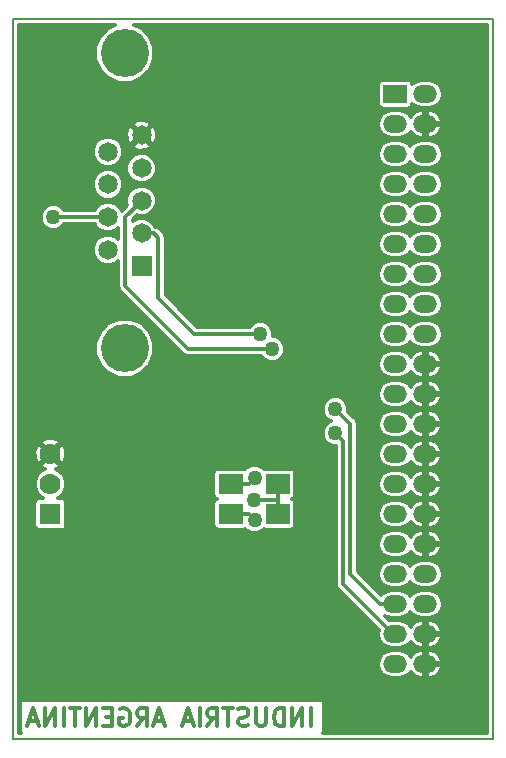
<source format=gbr>
G04 #@! TF.FileFunction,Copper,L2,Bot,Signal*
%FSLAX46Y46*%
G04 Gerber Fmt 4.6, Leading zero omitted, Abs format (unit mm)*
G04 Created by KiCad (PCBNEW (2015-09-12 BZR 6188)-product) date vie 27 nov 2015 02:47:37 ART*
%MOMM*%
G01*
G04 APERTURE LIST*
%ADD10C,0.100000*%
%ADD11C,0.300000*%
%ADD12C,0.150000*%
%ADD13R,2.000000X1.524000*%
%ADD14O,2.000000X1.524000*%
%ADD15R,1.651000X1.651000*%
%ADD16C,1.651000*%
%ADD17C,4.064000*%
%ADD18R,1.778000X1.778000*%
%ADD19C,1.778000*%
%ADD20R,2.000000X1.700000*%
%ADD21C,1.270000*%
%ADD22C,0.304800*%
G04 APERTURE END LIST*
D10*
D11*
X127462857Y-133520571D02*
X127462857Y-132020571D01*
X126748571Y-133520571D02*
X126748571Y-132020571D01*
X125891428Y-133520571D01*
X125891428Y-132020571D01*
X125177142Y-133520571D02*
X125177142Y-132020571D01*
X124819999Y-132020571D01*
X124605714Y-132092000D01*
X124462856Y-132234857D01*
X124391428Y-132377714D01*
X124319999Y-132663429D01*
X124319999Y-132877714D01*
X124391428Y-133163429D01*
X124462856Y-133306286D01*
X124605714Y-133449143D01*
X124819999Y-133520571D01*
X125177142Y-133520571D01*
X123677142Y-132020571D02*
X123677142Y-133234857D01*
X123605714Y-133377714D01*
X123534285Y-133449143D01*
X123391428Y-133520571D01*
X123105714Y-133520571D01*
X122962856Y-133449143D01*
X122891428Y-133377714D01*
X122819999Y-133234857D01*
X122819999Y-132020571D01*
X122177142Y-133449143D02*
X121962856Y-133520571D01*
X121605713Y-133520571D01*
X121462856Y-133449143D01*
X121391427Y-133377714D01*
X121319999Y-133234857D01*
X121319999Y-133092000D01*
X121391427Y-132949143D01*
X121462856Y-132877714D01*
X121605713Y-132806286D01*
X121891427Y-132734857D01*
X122034285Y-132663429D01*
X122105713Y-132592000D01*
X122177142Y-132449143D01*
X122177142Y-132306286D01*
X122105713Y-132163429D01*
X122034285Y-132092000D01*
X121891427Y-132020571D01*
X121534285Y-132020571D01*
X121319999Y-132092000D01*
X120891428Y-132020571D02*
X120034285Y-132020571D01*
X120462856Y-133520571D02*
X120462856Y-132020571D01*
X118677142Y-133520571D02*
X119177142Y-132806286D01*
X119534285Y-133520571D02*
X119534285Y-132020571D01*
X118962857Y-132020571D01*
X118819999Y-132092000D01*
X118748571Y-132163429D01*
X118677142Y-132306286D01*
X118677142Y-132520571D01*
X118748571Y-132663429D01*
X118819999Y-132734857D01*
X118962857Y-132806286D01*
X119534285Y-132806286D01*
X118034285Y-133520571D02*
X118034285Y-132020571D01*
X117391428Y-133092000D02*
X116677142Y-133092000D01*
X117534285Y-133520571D02*
X117034285Y-132020571D01*
X116534285Y-133520571D01*
X114962857Y-133092000D02*
X114248571Y-133092000D01*
X115105714Y-133520571D02*
X114605714Y-132020571D01*
X114105714Y-133520571D01*
X112748571Y-133520571D02*
X113248571Y-132806286D01*
X113605714Y-133520571D02*
X113605714Y-132020571D01*
X113034286Y-132020571D01*
X112891428Y-132092000D01*
X112820000Y-132163429D01*
X112748571Y-132306286D01*
X112748571Y-132520571D01*
X112820000Y-132663429D01*
X112891428Y-132734857D01*
X113034286Y-132806286D01*
X113605714Y-132806286D01*
X111320000Y-132092000D02*
X111462857Y-132020571D01*
X111677143Y-132020571D01*
X111891428Y-132092000D01*
X112034286Y-132234857D01*
X112105714Y-132377714D01*
X112177143Y-132663429D01*
X112177143Y-132877714D01*
X112105714Y-133163429D01*
X112034286Y-133306286D01*
X111891428Y-133449143D01*
X111677143Y-133520571D01*
X111534286Y-133520571D01*
X111320000Y-133449143D01*
X111248571Y-133377714D01*
X111248571Y-132877714D01*
X111534286Y-132877714D01*
X110605714Y-132734857D02*
X110105714Y-132734857D01*
X109891428Y-133520571D02*
X110605714Y-133520571D01*
X110605714Y-132020571D01*
X109891428Y-132020571D01*
X109248571Y-133520571D02*
X109248571Y-132020571D01*
X108391428Y-133520571D01*
X108391428Y-132020571D01*
X107891428Y-132020571D02*
X107034285Y-132020571D01*
X107462856Y-133520571D02*
X107462856Y-132020571D01*
X106534285Y-133520571D02*
X106534285Y-132020571D01*
X105819999Y-133520571D02*
X105819999Y-132020571D01*
X104962856Y-133520571D01*
X104962856Y-132020571D01*
X104319999Y-133092000D02*
X103605713Y-133092000D01*
X104462856Y-133520571D02*
X103962856Y-132020571D01*
X103462856Y-133520571D01*
D12*
X102235000Y-134620000D02*
X102235000Y-73660000D01*
X142875000Y-134620000D02*
X102235000Y-134620000D01*
X142875000Y-73660000D02*
X142875000Y-134620000D01*
X102235000Y-73660000D02*
X142875000Y-73660000D01*
D13*
X134620000Y-80010000D03*
D14*
X137160000Y-80010000D03*
X134620000Y-92710000D03*
X137160000Y-82550000D03*
X134620000Y-95250000D03*
X137160000Y-85090000D03*
X134620000Y-97790000D03*
X137160000Y-87630000D03*
X134620000Y-100330000D03*
X137160000Y-90170000D03*
X134620000Y-102870000D03*
X137160000Y-92710000D03*
X134620000Y-105410000D03*
X137160000Y-95250000D03*
X134620000Y-107950000D03*
X137160000Y-97790000D03*
X134620000Y-110490000D03*
X137160000Y-100330000D03*
X134620000Y-113030000D03*
X137160000Y-102870000D03*
X134620000Y-115570000D03*
X137160000Y-105410000D03*
X134620000Y-118110000D03*
X137160000Y-107950000D03*
X137160000Y-110490000D03*
X134620000Y-120650000D03*
X137160000Y-113030000D03*
X137160000Y-118110000D03*
X137160000Y-120650000D03*
X137160000Y-123190000D03*
X137160000Y-125730000D03*
X134620000Y-123190000D03*
X134620000Y-125730000D03*
X134620000Y-82550000D03*
X134620000Y-85090000D03*
X134620000Y-87630000D03*
X134620000Y-90170000D03*
X134620000Y-128270000D03*
X137160000Y-128270000D03*
X137160000Y-115570000D03*
D15*
X113132400Y-94584000D03*
D16*
X113132400Y-91815400D03*
X113132400Y-89046800D03*
X113132400Y-86278200D03*
X113132400Y-83509600D03*
X110287600Y-93199700D03*
X110287600Y-90431100D03*
X110287600Y-87662500D03*
X110287600Y-84893900D03*
D17*
X111710000Y-101543600D03*
X111710000Y-76550000D03*
D18*
X105410000Y-115570000D03*
D19*
X105410000Y-113030000D03*
X105410000Y-110490000D03*
D20*
X120682000Y-115570000D03*
X124682000Y-115570000D03*
X124682000Y-113030000D03*
X120682000Y-113030000D03*
D21*
X112014000Y-108204000D03*
X113538000Y-108204000D03*
X115062000Y-108204000D03*
X116586000Y-108204000D03*
X115316000Y-122428000D03*
X113792000Y-122428000D03*
X113792000Y-120904000D03*
X115316000Y-120904000D03*
X123190000Y-83820000D03*
X123190000Y-82296000D03*
X121666000Y-82296000D03*
X121666000Y-83820000D03*
X128396994Y-114173000D03*
X119634000Y-92456000D03*
X119634000Y-94488000D03*
X123698000Y-118872000D03*
X128524000Y-98806000D03*
X123698000Y-108966000D03*
X123190000Y-100330000D03*
X124206000Y-101600000D03*
X105664000Y-90424000D03*
X122681584Y-114351823D03*
X122697876Y-116078000D03*
X122697828Y-112522000D03*
X129540000Y-106680000D03*
X129540000Y-108712006D03*
D22*
X115062000Y-108204000D02*
X113538000Y-108204000D01*
X123698000Y-108966000D02*
X117348000Y-108966000D01*
X117348000Y-108966000D02*
X116586000Y-108204000D01*
X113792000Y-122428000D02*
X115316000Y-122428000D01*
X115316000Y-120904000D02*
X113792000Y-120904000D01*
X123190000Y-82296000D02*
X123190000Y-83820000D01*
X121666000Y-83820000D02*
X121666000Y-82296000D01*
X123190000Y-100330000D02*
X117602000Y-100330000D01*
X117602000Y-100330000D02*
X114554000Y-97282000D01*
X114554000Y-97282000D02*
X114554000Y-92202000D01*
X114554000Y-92202000D02*
X114167400Y-91815400D01*
X114167400Y-91815400D02*
X113132400Y-91815400D01*
X113132400Y-89046800D02*
X111760000Y-90419200D01*
X123307975Y-101600000D02*
X124206000Y-101600000D01*
X111760000Y-90419200D02*
X111760000Y-96266000D01*
X111760000Y-96266000D02*
X117094000Y-101600000D01*
X117094000Y-101600000D02*
X123307975Y-101600000D01*
X105664000Y-90424000D02*
X110280500Y-90424000D01*
X110280500Y-90424000D02*
X110287600Y-90431100D01*
X124682000Y-113030000D02*
X124682000Y-114307636D01*
X124682000Y-114307636D02*
X124682000Y-115570000D01*
X122681584Y-114351823D02*
X124637813Y-114351823D01*
X124637813Y-114351823D02*
X124682000Y-114307636D01*
X122189876Y-115570000D02*
X122697876Y-116078000D01*
X120682000Y-115570000D02*
X122189876Y-115570000D01*
X122189828Y-113030000D02*
X122697828Y-112522000D01*
X120682000Y-113030000D02*
X122189828Y-113030000D01*
X130810000Y-120684800D02*
X130810000Y-107950000D01*
X130810000Y-107950000D02*
X129540000Y-106680000D01*
X134620000Y-123190000D02*
X133315200Y-123190000D01*
X133315200Y-123190000D02*
X130810000Y-120684800D01*
X130174999Y-109347005D02*
X129540000Y-108712006D01*
X130174999Y-121522999D02*
X130174999Y-109347005D01*
X134382000Y-125730000D02*
X130174999Y-121522999D01*
X134620000Y-125730000D02*
X134382000Y-125730000D01*
G36*
X110301824Y-74438529D02*
X109600990Y-75138141D01*
X109221233Y-76052695D01*
X109220369Y-77042960D01*
X109598529Y-77958176D01*
X110298141Y-78659010D01*
X111212695Y-79038767D01*
X112202960Y-79039631D01*
X113118176Y-78661471D01*
X113819010Y-77961859D01*
X114198767Y-77047305D01*
X114199631Y-76057040D01*
X113821471Y-75141824D01*
X113121859Y-74440990D01*
X112522708Y-74192200D01*
X142342800Y-74192200D01*
X142342800Y-134087800D01*
X128508471Y-134087800D01*
X128538977Y-134040391D01*
X128549400Y-133985000D01*
X128549400Y-131445000D01*
X128537393Y-131385708D01*
X128503264Y-131335758D01*
X128452391Y-131303023D01*
X128397000Y-131292600D01*
X102997000Y-131292600D01*
X102937708Y-131304607D01*
X102887758Y-131338736D01*
X102855023Y-131389609D01*
X102844600Y-131445000D01*
X102844600Y-133985000D01*
X102856607Y-134044292D01*
X102886334Y-134087800D01*
X102767200Y-134087800D01*
X102767200Y-128270000D01*
X133134252Y-128270000D01*
X133227058Y-128736568D01*
X133491347Y-129132105D01*
X133886884Y-129396394D01*
X134353452Y-129489200D01*
X134886548Y-129489200D01*
X135353116Y-129396394D01*
X135748653Y-129132105D01*
X135901295Y-128903659D01*
X135988053Y-129060262D01*
X136361566Y-129357513D01*
X136820400Y-129489200D01*
X137058400Y-129489200D01*
X137058400Y-128371600D01*
X137261600Y-128371600D01*
X137261600Y-129489200D01*
X137499600Y-129489200D01*
X137958434Y-129357513D01*
X138331947Y-129060262D01*
X138563275Y-128642701D01*
X138582107Y-128560411D01*
X138498219Y-128371600D01*
X137261600Y-128371600D01*
X137058400Y-128371600D01*
X137038400Y-128371600D01*
X137038400Y-128168400D01*
X137058400Y-128168400D01*
X137058400Y-127050800D01*
X137261600Y-127050800D01*
X137261600Y-128168400D01*
X138498219Y-128168400D01*
X138582107Y-127979589D01*
X138563275Y-127897299D01*
X138331947Y-127479738D01*
X137958434Y-127182487D01*
X137499600Y-127050800D01*
X137261600Y-127050800D01*
X137058400Y-127050800D01*
X136820400Y-127050800D01*
X136361566Y-127182487D01*
X135988053Y-127479738D01*
X135901295Y-127636341D01*
X135748653Y-127407895D01*
X135353116Y-127143606D01*
X134886548Y-127050800D01*
X134353452Y-127050800D01*
X133886884Y-127143606D01*
X133491347Y-127407895D01*
X133227058Y-127803432D01*
X133134252Y-128270000D01*
X102767200Y-128270000D01*
X102767200Y-114681000D01*
X104054843Y-114681000D01*
X104054843Y-116459000D01*
X104086723Y-116628428D01*
X104186855Y-116784038D01*
X104339639Y-116888430D01*
X104521000Y-116925157D01*
X106299000Y-116925157D01*
X106468428Y-116893277D01*
X106624038Y-116793145D01*
X106728430Y-116640361D01*
X106765157Y-116459000D01*
X106765157Y-114681000D01*
X106733277Y-114511572D01*
X106633145Y-114355962D01*
X106480361Y-114251570D01*
X106299000Y-114214843D01*
X106067681Y-114214843D01*
X106171565Y-114171919D01*
X106550588Y-113793557D01*
X106755966Y-113298951D01*
X106756434Y-112763399D01*
X106551919Y-112268435D01*
X106463639Y-112180000D01*
X119215843Y-112180000D01*
X119215843Y-113880000D01*
X119247723Y-114049428D01*
X119347855Y-114205038D01*
X119488558Y-114301176D01*
X119356962Y-114385855D01*
X119252570Y-114538639D01*
X119215843Y-114720000D01*
X119215843Y-116420000D01*
X119247723Y-116589428D01*
X119347855Y-116745038D01*
X119500639Y-116849430D01*
X119682000Y-116886157D01*
X121682000Y-116886157D01*
X121851428Y-116854277D01*
X121898990Y-116823672D01*
X122078387Y-117003382D01*
X122479671Y-117170010D01*
X122914175Y-117170389D01*
X123315749Y-117004462D01*
X123483074Y-116837429D01*
X123500639Y-116849430D01*
X123682000Y-116886157D01*
X125682000Y-116886157D01*
X125851428Y-116854277D01*
X126007038Y-116754145D01*
X126111430Y-116601361D01*
X126148157Y-116420000D01*
X126148157Y-114720000D01*
X126116277Y-114550572D01*
X126016145Y-114394962D01*
X125875442Y-114298824D01*
X126007038Y-114214145D01*
X126111430Y-114061361D01*
X126148157Y-113880000D01*
X126148157Y-112180000D01*
X126116277Y-112010572D01*
X126016145Y-111854962D01*
X125863361Y-111750570D01*
X125682000Y-111713843D01*
X123682000Y-111713843D01*
X123512572Y-111745723D01*
X123484314Y-111763907D01*
X123317317Y-111596618D01*
X122916033Y-111429990D01*
X122481529Y-111429611D01*
X122079955Y-111595538D01*
X121899747Y-111775432D01*
X121863361Y-111750570D01*
X121682000Y-111713843D01*
X119682000Y-111713843D01*
X119512572Y-111745723D01*
X119356962Y-111845855D01*
X119252570Y-111998639D01*
X119215843Y-112180000D01*
X106463639Y-112180000D01*
X106173557Y-111889412D01*
X105872920Y-111764577D01*
X106132370Y-111657109D01*
X106224987Y-111448671D01*
X105410000Y-110633684D01*
X104595013Y-111448671D01*
X104687630Y-111657109D01*
X104960475Y-111759149D01*
X104648435Y-111888081D01*
X104269412Y-112266443D01*
X104064034Y-112761049D01*
X104063566Y-113296601D01*
X104268081Y-113791565D01*
X104646443Y-114170588D01*
X104753021Y-114214843D01*
X104521000Y-114214843D01*
X104351572Y-114246723D01*
X104195962Y-114346855D01*
X104091570Y-114499639D01*
X104054843Y-114681000D01*
X102767200Y-114681000D01*
X102767200Y-110269250D01*
X104055293Y-110269250D01*
X104073937Y-110804478D01*
X104242891Y-111212370D01*
X104451329Y-111304987D01*
X105266316Y-110490000D01*
X105553684Y-110490000D01*
X106368671Y-111304987D01*
X106577109Y-111212370D01*
X106764707Y-110710750D01*
X106746063Y-110175522D01*
X106577109Y-109767630D01*
X106368671Y-109675013D01*
X105553684Y-110490000D01*
X105266316Y-110490000D01*
X104451329Y-109675013D01*
X104242891Y-109767630D01*
X104055293Y-110269250D01*
X102767200Y-110269250D01*
X102767200Y-109531329D01*
X104595013Y-109531329D01*
X105410000Y-110346316D01*
X106224987Y-109531329D01*
X106132370Y-109322891D01*
X105630750Y-109135293D01*
X105095522Y-109153937D01*
X104687630Y-109322891D01*
X104595013Y-109531329D01*
X102767200Y-109531329D01*
X102767200Y-106896299D01*
X128447611Y-106896299D01*
X128613538Y-107297873D01*
X128920511Y-107605382D01*
X129138791Y-107696020D01*
X128922127Y-107785544D01*
X128614618Y-108092517D01*
X128447990Y-108493801D01*
X128447611Y-108928305D01*
X128613538Y-109329879D01*
X128920511Y-109637388D01*
X129321795Y-109804016D01*
X129565399Y-109804228D01*
X129565399Y-121522999D01*
X129611802Y-121756283D01*
X129743947Y-121954051D01*
X133198234Y-125408338D01*
X133134252Y-125730000D01*
X133227058Y-126196568D01*
X133491347Y-126592105D01*
X133886884Y-126856394D01*
X134353452Y-126949200D01*
X134886548Y-126949200D01*
X135353116Y-126856394D01*
X135748653Y-126592105D01*
X135901295Y-126363659D01*
X135988053Y-126520262D01*
X136361566Y-126817513D01*
X136820400Y-126949200D01*
X137058400Y-126949200D01*
X137058400Y-125831600D01*
X137261600Y-125831600D01*
X137261600Y-126949200D01*
X137499600Y-126949200D01*
X137958434Y-126817513D01*
X138331947Y-126520262D01*
X138563275Y-126102701D01*
X138582107Y-126020411D01*
X138498219Y-125831600D01*
X137261600Y-125831600D01*
X137058400Y-125831600D01*
X137038400Y-125831600D01*
X137038400Y-125628400D01*
X137058400Y-125628400D01*
X137058400Y-124510800D01*
X137261600Y-124510800D01*
X137261600Y-125628400D01*
X138498219Y-125628400D01*
X138582107Y-125439589D01*
X138563275Y-125357299D01*
X138331947Y-124939738D01*
X137958434Y-124642487D01*
X137499600Y-124510800D01*
X137261600Y-124510800D01*
X137058400Y-124510800D01*
X136820400Y-124510800D01*
X136361566Y-124642487D01*
X135988053Y-124939738D01*
X135901295Y-125096341D01*
X135748653Y-124867895D01*
X135353116Y-124603606D01*
X134886548Y-124510800D01*
X134353452Y-124510800D01*
X134079414Y-124565310D01*
X133716956Y-124202852D01*
X133886884Y-124316394D01*
X134353452Y-124409200D01*
X134886548Y-124409200D01*
X135353116Y-124316394D01*
X135748653Y-124052105D01*
X135890000Y-123840564D01*
X136031347Y-124052105D01*
X136426884Y-124316394D01*
X136893452Y-124409200D01*
X137426548Y-124409200D01*
X137893116Y-124316394D01*
X138288653Y-124052105D01*
X138552942Y-123656568D01*
X138645748Y-123190000D01*
X138552942Y-122723432D01*
X138288653Y-122327895D01*
X137893116Y-122063606D01*
X137426548Y-121970800D01*
X136893452Y-121970800D01*
X136426884Y-122063606D01*
X136031347Y-122327895D01*
X135890000Y-122539436D01*
X135748653Y-122327895D01*
X135353116Y-122063606D01*
X134886548Y-121970800D01*
X134353452Y-121970800D01*
X133886884Y-122063606D01*
X133491347Y-122327895D01*
X133420792Y-122433488D01*
X131637304Y-120650000D01*
X133134252Y-120650000D01*
X133227058Y-121116568D01*
X133491347Y-121512105D01*
X133886884Y-121776394D01*
X134353452Y-121869200D01*
X134886548Y-121869200D01*
X135353116Y-121776394D01*
X135748653Y-121512105D01*
X135890000Y-121300564D01*
X136031347Y-121512105D01*
X136426884Y-121776394D01*
X136893452Y-121869200D01*
X137426548Y-121869200D01*
X137893116Y-121776394D01*
X138288653Y-121512105D01*
X138552942Y-121116568D01*
X138645748Y-120650000D01*
X138552942Y-120183432D01*
X138288653Y-119787895D01*
X137893116Y-119523606D01*
X137426548Y-119430800D01*
X136893452Y-119430800D01*
X136426884Y-119523606D01*
X136031347Y-119787895D01*
X135890000Y-119999436D01*
X135748653Y-119787895D01*
X135353116Y-119523606D01*
X134886548Y-119430800D01*
X134353452Y-119430800D01*
X133886884Y-119523606D01*
X133491347Y-119787895D01*
X133227058Y-120183432D01*
X133134252Y-120650000D01*
X131637304Y-120650000D01*
X131419600Y-120432296D01*
X131419600Y-118110000D01*
X133134252Y-118110000D01*
X133227058Y-118576568D01*
X133491347Y-118972105D01*
X133886884Y-119236394D01*
X134353452Y-119329200D01*
X134886548Y-119329200D01*
X135353116Y-119236394D01*
X135748653Y-118972105D01*
X135901295Y-118743659D01*
X135988053Y-118900262D01*
X136361566Y-119197513D01*
X136820400Y-119329200D01*
X137058400Y-119329200D01*
X137058400Y-118211600D01*
X137261600Y-118211600D01*
X137261600Y-119329200D01*
X137499600Y-119329200D01*
X137958434Y-119197513D01*
X138331947Y-118900262D01*
X138563275Y-118482701D01*
X138582107Y-118400411D01*
X138498219Y-118211600D01*
X137261600Y-118211600D01*
X137058400Y-118211600D01*
X137038400Y-118211600D01*
X137038400Y-118008400D01*
X137058400Y-118008400D01*
X137058400Y-116890800D01*
X137261600Y-116890800D01*
X137261600Y-118008400D01*
X138498219Y-118008400D01*
X138582107Y-117819589D01*
X138563275Y-117737299D01*
X138331947Y-117319738D01*
X137958434Y-117022487D01*
X137499600Y-116890800D01*
X137261600Y-116890800D01*
X137058400Y-116890800D01*
X136820400Y-116890800D01*
X136361566Y-117022487D01*
X135988053Y-117319738D01*
X135901295Y-117476341D01*
X135748653Y-117247895D01*
X135353116Y-116983606D01*
X134886548Y-116890800D01*
X134353452Y-116890800D01*
X133886884Y-116983606D01*
X133491347Y-117247895D01*
X133227058Y-117643432D01*
X133134252Y-118110000D01*
X131419600Y-118110000D01*
X131419600Y-115570000D01*
X133134252Y-115570000D01*
X133227058Y-116036568D01*
X133491347Y-116432105D01*
X133886884Y-116696394D01*
X134353452Y-116789200D01*
X134886548Y-116789200D01*
X135353116Y-116696394D01*
X135748653Y-116432105D01*
X135901295Y-116203659D01*
X135988053Y-116360262D01*
X136361566Y-116657513D01*
X136820400Y-116789200D01*
X137058400Y-116789200D01*
X137058400Y-115671600D01*
X137261600Y-115671600D01*
X137261600Y-116789200D01*
X137499600Y-116789200D01*
X137958434Y-116657513D01*
X138331947Y-116360262D01*
X138563275Y-115942701D01*
X138582107Y-115860411D01*
X138498219Y-115671600D01*
X137261600Y-115671600D01*
X137058400Y-115671600D01*
X137038400Y-115671600D01*
X137038400Y-115468400D01*
X137058400Y-115468400D01*
X137058400Y-114350800D01*
X137261600Y-114350800D01*
X137261600Y-115468400D01*
X138498219Y-115468400D01*
X138582107Y-115279589D01*
X138563275Y-115197299D01*
X138331947Y-114779738D01*
X137958434Y-114482487D01*
X137499600Y-114350800D01*
X137261600Y-114350800D01*
X137058400Y-114350800D01*
X136820400Y-114350800D01*
X136361566Y-114482487D01*
X135988053Y-114779738D01*
X135901295Y-114936341D01*
X135748653Y-114707895D01*
X135353116Y-114443606D01*
X134886548Y-114350800D01*
X134353452Y-114350800D01*
X133886884Y-114443606D01*
X133491347Y-114707895D01*
X133227058Y-115103432D01*
X133134252Y-115570000D01*
X131419600Y-115570000D01*
X131419600Y-113030000D01*
X133134252Y-113030000D01*
X133227058Y-113496568D01*
X133491347Y-113892105D01*
X133886884Y-114156394D01*
X134353452Y-114249200D01*
X134886548Y-114249200D01*
X135353116Y-114156394D01*
X135748653Y-113892105D01*
X135901295Y-113663659D01*
X135988053Y-113820262D01*
X136361566Y-114117513D01*
X136820400Y-114249200D01*
X137058400Y-114249200D01*
X137058400Y-113131600D01*
X137261600Y-113131600D01*
X137261600Y-114249200D01*
X137499600Y-114249200D01*
X137958434Y-114117513D01*
X138331947Y-113820262D01*
X138563275Y-113402701D01*
X138582107Y-113320411D01*
X138498219Y-113131600D01*
X137261600Y-113131600D01*
X137058400Y-113131600D01*
X137038400Y-113131600D01*
X137038400Y-112928400D01*
X137058400Y-112928400D01*
X137058400Y-111810800D01*
X137261600Y-111810800D01*
X137261600Y-112928400D01*
X138498219Y-112928400D01*
X138582107Y-112739589D01*
X138563275Y-112657299D01*
X138331947Y-112239738D01*
X137958434Y-111942487D01*
X137499600Y-111810800D01*
X137261600Y-111810800D01*
X137058400Y-111810800D01*
X136820400Y-111810800D01*
X136361566Y-111942487D01*
X135988053Y-112239738D01*
X135901295Y-112396341D01*
X135748653Y-112167895D01*
X135353116Y-111903606D01*
X134886548Y-111810800D01*
X134353452Y-111810800D01*
X133886884Y-111903606D01*
X133491347Y-112167895D01*
X133227058Y-112563432D01*
X133134252Y-113030000D01*
X131419600Y-113030000D01*
X131419600Y-110490000D01*
X133134252Y-110490000D01*
X133227058Y-110956568D01*
X133491347Y-111352105D01*
X133886884Y-111616394D01*
X134353452Y-111709200D01*
X134886548Y-111709200D01*
X135353116Y-111616394D01*
X135748653Y-111352105D01*
X135901295Y-111123659D01*
X135988053Y-111280262D01*
X136361566Y-111577513D01*
X136820400Y-111709200D01*
X137058400Y-111709200D01*
X137058400Y-110591600D01*
X137261600Y-110591600D01*
X137261600Y-111709200D01*
X137499600Y-111709200D01*
X137958434Y-111577513D01*
X138331947Y-111280262D01*
X138563275Y-110862701D01*
X138582107Y-110780411D01*
X138498219Y-110591600D01*
X137261600Y-110591600D01*
X137058400Y-110591600D01*
X137038400Y-110591600D01*
X137038400Y-110388400D01*
X137058400Y-110388400D01*
X137058400Y-109270800D01*
X137261600Y-109270800D01*
X137261600Y-110388400D01*
X138498219Y-110388400D01*
X138582107Y-110199589D01*
X138563275Y-110117299D01*
X138331947Y-109699738D01*
X137958434Y-109402487D01*
X137499600Y-109270800D01*
X137261600Y-109270800D01*
X137058400Y-109270800D01*
X136820400Y-109270800D01*
X136361566Y-109402487D01*
X135988053Y-109699738D01*
X135901295Y-109856341D01*
X135748653Y-109627895D01*
X135353116Y-109363606D01*
X134886548Y-109270800D01*
X134353452Y-109270800D01*
X133886884Y-109363606D01*
X133491347Y-109627895D01*
X133227058Y-110023432D01*
X133134252Y-110490000D01*
X131419600Y-110490000D01*
X131419600Y-107950000D01*
X133134252Y-107950000D01*
X133227058Y-108416568D01*
X133491347Y-108812105D01*
X133886884Y-109076394D01*
X134353452Y-109169200D01*
X134886548Y-109169200D01*
X135353116Y-109076394D01*
X135748653Y-108812105D01*
X135901295Y-108583659D01*
X135988053Y-108740262D01*
X136361566Y-109037513D01*
X136820400Y-109169200D01*
X137058400Y-109169200D01*
X137058400Y-108051600D01*
X137261600Y-108051600D01*
X137261600Y-109169200D01*
X137499600Y-109169200D01*
X137958434Y-109037513D01*
X138331947Y-108740262D01*
X138563275Y-108322701D01*
X138582107Y-108240411D01*
X138498219Y-108051600D01*
X137261600Y-108051600D01*
X137058400Y-108051600D01*
X137038400Y-108051600D01*
X137038400Y-107848400D01*
X137058400Y-107848400D01*
X137058400Y-106730800D01*
X137261600Y-106730800D01*
X137261600Y-107848400D01*
X138498219Y-107848400D01*
X138582107Y-107659589D01*
X138563275Y-107577299D01*
X138331947Y-107159738D01*
X137958434Y-106862487D01*
X137499600Y-106730800D01*
X137261600Y-106730800D01*
X137058400Y-106730800D01*
X136820400Y-106730800D01*
X136361566Y-106862487D01*
X135988053Y-107159738D01*
X135901295Y-107316341D01*
X135748653Y-107087895D01*
X135353116Y-106823606D01*
X134886548Y-106730800D01*
X134353452Y-106730800D01*
X133886884Y-106823606D01*
X133491347Y-107087895D01*
X133227058Y-107483432D01*
X133134252Y-107950000D01*
X131419600Y-107950000D01*
X131373197Y-107716716D01*
X131241052Y-107518948D01*
X130628577Y-106906473D01*
X130632010Y-106898205D01*
X130632389Y-106463701D01*
X130466462Y-106062127D01*
X130159489Y-105754618D01*
X129758205Y-105587990D01*
X129323701Y-105587611D01*
X128922127Y-105753538D01*
X128614618Y-106060511D01*
X128447990Y-106461795D01*
X128447611Y-106896299D01*
X102767200Y-106896299D01*
X102767200Y-105410000D01*
X133134252Y-105410000D01*
X133227058Y-105876568D01*
X133491347Y-106272105D01*
X133886884Y-106536394D01*
X134353452Y-106629200D01*
X134886548Y-106629200D01*
X135353116Y-106536394D01*
X135748653Y-106272105D01*
X135901295Y-106043659D01*
X135988053Y-106200262D01*
X136361566Y-106497513D01*
X136820400Y-106629200D01*
X137058400Y-106629200D01*
X137058400Y-105511600D01*
X137261600Y-105511600D01*
X137261600Y-106629200D01*
X137499600Y-106629200D01*
X137958434Y-106497513D01*
X138331947Y-106200262D01*
X138563275Y-105782701D01*
X138582107Y-105700411D01*
X138498219Y-105511600D01*
X137261600Y-105511600D01*
X137058400Y-105511600D01*
X137038400Y-105511600D01*
X137038400Y-105308400D01*
X137058400Y-105308400D01*
X137058400Y-104190800D01*
X137261600Y-104190800D01*
X137261600Y-105308400D01*
X138498219Y-105308400D01*
X138582107Y-105119589D01*
X138563275Y-105037299D01*
X138331947Y-104619738D01*
X137958434Y-104322487D01*
X137499600Y-104190800D01*
X137261600Y-104190800D01*
X137058400Y-104190800D01*
X136820400Y-104190800D01*
X136361566Y-104322487D01*
X135988053Y-104619738D01*
X135901295Y-104776341D01*
X135748653Y-104547895D01*
X135353116Y-104283606D01*
X134886548Y-104190800D01*
X134353452Y-104190800D01*
X133886884Y-104283606D01*
X133491347Y-104547895D01*
X133227058Y-104943432D01*
X133134252Y-105410000D01*
X102767200Y-105410000D01*
X102767200Y-102036560D01*
X109220369Y-102036560D01*
X109598529Y-102951776D01*
X110298141Y-103652610D01*
X111212695Y-104032367D01*
X112202960Y-104033231D01*
X113118176Y-103655071D01*
X113819010Y-102955459D01*
X113854495Y-102870000D01*
X133134252Y-102870000D01*
X133227058Y-103336568D01*
X133491347Y-103732105D01*
X133886884Y-103996394D01*
X134353452Y-104089200D01*
X134886548Y-104089200D01*
X135353116Y-103996394D01*
X135748653Y-103732105D01*
X135901295Y-103503659D01*
X135988053Y-103660262D01*
X136361566Y-103957513D01*
X136820400Y-104089200D01*
X137058400Y-104089200D01*
X137058400Y-102971600D01*
X137261600Y-102971600D01*
X137261600Y-104089200D01*
X137499600Y-104089200D01*
X137958434Y-103957513D01*
X138331947Y-103660262D01*
X138563275Y-103242701D01*
X138582107Y-103160411D01*
X138498219Y-102971600D01*
X137261600Y-102971600D01*
X137058400Y-102971600D01*
X137038400Y-102971600D01*
X137038400Y-102768400D01*
X137058400Y-102768400D01*
X137058400Y-101650800D01*
X137261600Y-101650800D01*
X137261600Y-102768400D01*
X138498219Y-102768400D01*
X138582107Y-102579589D01*
X138563275Y-102497299D01*
X138331947Y-102079738D01*
X137958434Y-101782487D01*
X137499600Y-101650800D01*
X137261600Y-101650800D01*
X137058400Y-101650800D01*
X136820400Y-101650800D01*
X136361566Y-101782487D01*
X135988053Y-102079738D01*
X135901295Y-102236341D01*
X135748653Y-102007895D01*
X135353116Y-101743606D01*
X134886548Y-101650800D01*
X134353452Y-101650800D01*
X133886884Y-101743606D01*
X133491347Y-102007895D01*
X133227058Y-102403432D01*
X133134252Y-102870000D01*
X113854495Y-102870000D01*
X114198767Y-102040905D01*
X114199631Y-101050640D01*
X113821471Y-100135424D01*
X113121859Y-99434590D01*
X112207305Y-99054833D01*
X111217040Y-99053969D01*
X110301824Y-99432129D01*
X109600990Y-100131741D01*
X109221233Y-101046295D01*
X109220369Y-102036560D01*
X102767200Y-102036560D01*
X102767200Y-90640299D01*
X104571611Y-90640299D01*
X104737538Y-91041873D01*
X105044511Y-91349382D01*
X105445795Y-91516010D01*
X105880299Y-91516389D01*
X106281873Y-91350462D01*
X106589382Y-91043489D01*
X106593488Y-91033600D01*
X109148664Y-91033600D01*
X109199545Y-91156742D01*
X109560060Y-91517886D01*
X110031336Y-91713577D01*
X110541626Y-91714023D01*
X111013242Y-91519155D01*
X111150400Y-91382236D01*
X111150400Y-92248410D01*
X111015140Y-92112914D01*
X110543864Y-91917223D01*
X110033574Y-91916777D01*
X109561958Y-92111645D01*
X109200814Y-92472160D01*
X109005123Y-92943436D01*
X109004677Y-93453726D01*
X109199545Y-93925342D01*
X109560060Y-94286486D01*
X110031336Y-94482177D01*
X110541626Y-94482623D01*
X111013242Y-94287755D01*
X111150400Y-94150836D01*
X111150400Y-96266000D01*
X111196803Y-96499284D01*
X111328948Y-96697052D01*
X116662948Y-102031052D01*
X116860716Y-102163197D01*
X117094000Y-102209600D01*
X123276120Y-102209600D01*
X123279538Y-102217873D01*
X123586511Y-102525382D01*
X123987795Y-102692010D01*
X124422299Y-102692389D01*
X124823873Y-102526462D01*
X125131382Y-102219489D01*
X125298010Y-101818205D01*
X125298389Y-101383701D01*
X125132462Y-100982127D01*
X124825489Y-100674618D01*
X124424205Y-100507990D01*
X124282045Y-100507866D01*
X124282200Y-100330000D01*
X133134252Y-100330000D01*
X133227058Y-100796568D01*
X133491347Y-101192105D01*
X133886884Y-101456394D01*
X134353452Y-101549200D01*
X134886548Y-101549200D01*
X135353116Y-101456394D01*
X135748653Y-101192105D01*
X135890000Y-100980564D01*
X136031347Y-101192105D01*
X136426884Y-101456394D01*
X136893452Y-101549200D01*
X137426548Y-101549200D01*
X137893116Y-101456394D01*
X138288653Y-101192105D01*
X138552942Y-100796568D01*
X138645748Y-100330000D01*
X138552942Y-99863432D01*
X138288653Y-99467895D01*
X137893116Y-99203606D01*
X137426548Y-99110800D01*
X136893452Y-99110800D01*
X136426884Y-99203606D01*
X136031347Y-99467895D01*
X135890000Y-99679436D01*
X135748653Y-99467895D01*
X135353116Y-99203606D01*
X134886548Y-99110800D01*
X134353452Y-99110800D01*
X133886884Y-99203606D01*
X133491347Y-99467895D01*
X133227058Y-99863432D01*
X133134252Y-100330000D01*
X124282200Y-100330000D01*
X124282389Y-100113701D01*
X124116462Y-99712127D01*
X123809489Y-99404618D01*
X123408205Y-99237990D01*
X122973701Y-99237611D01*
X122572127Y-99403538D01*
X122264618Y-99710511D01*
X122260512Y-99720400D01*
X117854504Y-99720400D01*
X115924104Y-97790000D01*
X133134252Y-97790000D01*
X133227058Y-98256568D01*
X133491347Y-98652105D01*
X133886884Y-98916394D01*
X134353452Y-99009200D01*
X134886548Y-99009200D01*
X135353116Y-98916394D01*
X135748653Y-98652105D01*
X135890000Y-98440564D01*
X136031347Y-98652105D01*
X136426884Y-98916394D01*
X136893452Y-99009200D01*
X137426548Y-99009200D01*
X137893116Y-98916394D01*
X138288653Y-98652105D01*
X138552942Y-98256568D01*
X138645748Y-97790000D01*
X138552942Y-97323432D01*
X138288653Y-96927895D01*
X137893116Y-96663606D01*
X137426548Y-96570800D01*
X136893452Y-96570800D01*
X136426884Y-96663606D01*
X136031347Y-96927895D01*
X135890000Y-97139436D01*
X135748653Y-96927895D01*
X135353116Y-96663606D01*
X134886548Y-96570800D01*
X134353452Y-96570800D01*
X133886884Y-96663606D01*
X133491347Y-96927895D01*
X133227058Y-97323432D01*
X133134252Y-97790000D01*
X115924104Y-97790000D01*
X115163600Y-97029496D01*
X115163600Y-95250000D01*
X133134252Y-95250000D01*
X133227058Y-95716568D01*
X133491347Y-96112105D01*
X133886884Y-96376394D01*
X134353452Y-96469200D01*
X134886548Y-96469200D01*
X135353116Y-96376394D01*
X135748653Y-96112105D01*
X135890000Y-95900564D01*
X136031347Y-96112105D01*
X136426884Y-96376394D01*
X136893452Y-96469200D01*
X137426548Y-96469200D01*
X137893116Y-96376394D01*
X138288653Y-96112105D01*
X138552942Y-95716568D01*
X138645748Y-95250000D01*
X138552942Y-94783432D01*
X138288653Y-94387895D01*
X137893116Y-94123606D01*
X137426548Y-94030800D01*
X136893452Y-94030800D01*
X136426884Y-94123606D01*
X136031347Y-94387895D01*
X135890000Y-94599436D01*
X135748653Y-94387895D01*
X135353116Y-94123606D01*
X134886548Y-94030800D01*
X134353452Y-94030800D01*
X133886884Y-94123606D01*
X133491347Y-94387895D01*
X133227058Y-94783432D01*
X133134252Y-95250000D01*
X115163600Y-95250000D01*
X115163600Y-92710000D01*
X133134252Y-92710000D01*
X133227058Y-93176568D01*
X133491347Y-93572105D01*
X133886884Y-93836394D01*
X134353452Y-93929200D01*
X134886548Y-93929200D01*
X135353116Y-93836394D01*
X135748653Y-93572105D01*
X135890000Y-93360564D01*
X136031347Y-93572105D01*
X136426884Y-93836394D01*
X136893452Y-93929200D01*
X137426548Y-93929200D01*
X137893116Y-93836394D01*
X138288653Y-93572105D01*
X138552942Y-93176568D01*
X138645748Y-92710000D01*
X138552942Y-92243432D01*
X138288653Y-91847895D01*
X137893116Y-91583606D01*
X137426548Y-91490800D01*
X136893452Y-91490800D01*
X136426884Y-91583606D01*
X136031347Y-91847895D01*
X135890000Y-92059436D01*
X135748653Y-91847895D01*
X135353116Y-91583606D01*
X134886548Y-91490800D01*
X134353452Y-91490800D01*
X133886884Y-91583606D01*
X133491347Y-91847895D01*
X133227058Y-92243432D01*
X133134252Y-92710000D01*
X115163600Y-92710000D01*
X115163600Y-92202000D01*
X115117197Y-91968716D01*
X114985052Y-91770948D01*
X114598452Y-91384348D01*
X114400684Y-91252203D01*
X114277447Y-91227690D01*
X114220455Y-91089758D01*
X113859940Y-90728614D01*
X113388664Y-90532923D01*
X112878374Y-90532477D01*
X112406758Y-90727345D01*
X112369600Y-90764438D01*
X112369600Y-90671704D01*
X112760178Y-90281127D01*
X112876136Y-90329277D01*
X113386426Y-90329723D01*
X113772984Y-90170000D01*
X133134252Y-90170000D01*
X133227058Y-90636568D01*
X133491347Y-91032105D01*
X133886884Y-91296394D01*
X134353452Y-91389200D01*
X134886548Y-91389200D01*
X135353116Y-91296394D01*
X135748653Y-91032105D01*
X135890000Y-90820564D01*
X136031347Y-91032105D01*
X136426884Y-91296394D01*
X136893452Y-91389200D01*
X137426548Y-91389200D01*
X137893116Y-91296394D01*
X138288653Y-91032105D01*
X138552942Y-90636568D01*
X138645748Y-90170000D01*
X138552942Y-89703432D01*
X138288653Y-89307895D01*
X137893116Y-89043606D01*
X137426548Y-88950800D01*
X136893452Y-88950800D01*
X136426884Y-89043606D01*
X136031347Y-89307895D01*
X135890000Y-89519436D01*
X135748653Y-89307895D01*
X135353116Y-89043606D01*
X134886548Y-88950800D01*
X134353452Y-88950800D01*
X133886884Y-89043606D01*
X133491347Y-89307895D01*
X133227058Y-89703432D01*
X133134252Y-90170000D01*
X113772984Y-90170000D01*
X113858042Y-90134855D01*
X114219186Y-89774340D01*
X114414877Y-89303064D01*
X114415323Y-88792774D01*
X114220455Y-88321158D01*
X113859940Y-87960014D01*
X113388664Y-87764323D01*
X112878374Y-87763877D01*
X112406758Y-87958745D01*
X112045614Y-88319260D01*
X111849923Y-88790536D01*
X111849477Y-89300826D01*
X111898244Y-89418851D01*
X111444652Y-89872444D01*
X111375655Y-89705458D01*
X111015140Y-89344314D01*
X110543864Y-89148623D01*
X110033574Y-89148177D01*
X109561958Y-89343045D01*
X109200814Y-89703560D01*
X109154789Y-89814400D01*
X106593880Y-89814400D01*
X106590462Y-89806127D01*
X106283489Y-89498618D01*
X105882205Y-89331990D01*
X105447701Y-89331611D01*
X105046127Y-89497538D01*
X104738618Y-89804511D01*
X104571990Y-90205795D01*
X104571611Y-90640299D01*
X102767200Y-90640299D01*
X102767200Y-87916526D01*
X109004677Y-87916526D01*
X109199545Y-88388142D01*
X109560060Y-88749286D01*
X110031336Y-88944977D01*
X110541626Y-88945423D01*
X111013242Y-88750555D01*
X111374386Y-88390040D01*
X111570077Y-87918764D01*
X111570329Y-87630000D01*
X133134252Y-87630000D01*
X133227058Y-88096568D01*
X133491347Y-88492105D01*
X133886884Y-88756394D01*
X134353452Y-88849200D01*
X134886548Y-88849200D01*
X135353116Y-88756394D01*
X135748653Y-88492105D01*
X135890000Y-88280564D01*
X136031347Y-88492105D01*
X136426884Y-88756394D01*
X136893452Y-88849200D01*
X137426548Y-88849200D01*
X137893116Y-88756394D01*
X138288653Y-88492105D01*
X138552942Y-88096568D01*
X138645748Y-87630000D01*
X138552942Y-87163432D01*
X138288653Y-86767895D01*
X137893116Y-86503606D01*
X137426548Y-86410800D01*
X136893452Y-86410800D01*
X136426884Y-86503606D01*
X136031347Y-86767895D01*
X135890000Y-86979436D01*
X135748653Y-86767895D01*
X135353116Y-86503606D01*
X134886548Y-86410800D01*
X134353452Y-86410800D01*
X133886884Y-86503606D01*
X133491347Y-86767895D01*
X133227058Y-87163432D01*
X133134252Y-87630000D01*
X111570329Y-87630000D01*
X111570523Y-87408474D01*
X111375655Y-86936858D01*
X111015140Y-86575714D01*
X110910410Y-86532226D01*
X111849477Y-86532226D01*
X112044345Y-87003842D01*
X112404860Y-87364986D01*
X112876136Y-87560677D01*
X113386426Y-87561123D01*
X113858042Y-87366255D01*
X114219186Y-87005740D01*
X114414877Y-86534464D01*
X114415323Y-86024174D01*
X114220455Y-85552558D01*
X113859940Y-85191414D01*
X113615709Y-85090000D01*
X133134252Y-85090000D01*
X133227058Y-85556568D01*
X133491347Y-85952105D01*
X133886884Y-86216394D01*
X134353452Y-86309200D01*
X134886548Y-86309200D01*
X135353116Y-86216394D01*
X135748653Y-85952105D01*
X135890000Y-85740564D01*
X136031347Y-85952105D01*
X136426884Y-86216394D01*
X136893452Y-86309200D01*
X137426548Y-86309200D01*
X137893116Y-86216394D01*
X138288653Y-85952105D01*
X138552942Y-85556568D01*
X138645748Y-85090000D01*
X138552942Y-84623432D01*
X138288653Y-84227895D01*
X137893116Y-83963606D01*
X137426548Y-83870800D01*
X136893452Y-83870800D01*
X136426884Y-83963606D01*
X136031347Y-84227895D01*
X135890000Y-84439436D01*
X135748653Y-84227895D01*
X135353116Y-83963606D01*
X134886548Y-83870800D01*
X134353452Y-83870800D01*
X133886884Y-83963606D01*
X133491347Y-84227895D01*
X133227058Y-84623432D01*
X133134252Y-85090000D01*
X113615709Y-85090000D01*
X113388664Y-84995723D01*
X112878374Y-84995277D01*
X112406758Y-85190145D01*
X112045614Y-85550660D01*
X111849923Y-86021936D01*
X111849477Y-86532226D01*
X110910410Y-86532226D01*
X110543864Y-86380023D01*
X110033574Y-86379577D01*
X109561958Y-86574445D01*
X109200814Y-86934960D01*
X109005123Y-87406236D01*
X109004677Y-87916526D01*
X102767200Y-87916526D01*
X102767200Y-85147926D01*
X109004677Y-85147926D01*
X109199545Y-85619542D01*
X109560060Y-85980686D01*
X110031336Y-86176377D01*
X110541626Y-86176823D01*
X111013242Y-85981955D01*
X111374386Y-85621440D01*
X111570077Y-85150164D01*
X111570523Y-84639874D01*
X111480637Y-84422332D01*
X112363352Y-84422332D01*
X112448196Y-84624178D01*
X112926809Y-84801169D01*
X113436721Y-84781530D01*
X113816604Y-84624178D01*
X113901448Y-84422332D01*
X113132400Y-83653284D01*
X112363352Y-84422332D01*
X111480637Y-84422332D01*
X111375655Y-84168258D01*
X111015140Y-83807114D01*
X110543864Y-83611423D01*
X110033574Y-83610977D01*
X109561958Y-83805845D01*
X109200814Y-84166360D01*
X109005123Y-84637636D01*
X109004677Y-85147926D01*
X102767200Y-85147926D01*
X102767200Y-83304009D01*
X111840831Y-83304009D01*
X111860470Y-83813921D01*
X112017822Y-84193804D01*
X112219668Y-84278648D01*
X112988716Y-83509600D01*
X113276084Y-83509600D01*
X114045132Y-84278648D01*
X114246978Y-84193804D01*
X114423969Y-83715191D01*
X114404330Y-83205279D01*
X114246978Y-82825396D01*
X114045132Y-82740552D01*
X113276084Y-83509600D01*
X112988716Y-83509600D01*
X112219668Y-82740552D01*
X112017822Y-82825396D01*
X111840831Y-83304009D01*
X102767200Y-83304009D01*
X102767200Y-82596868D01*
X112363352Y-82596868D01*
X113132400Y-83365916D01*
X113901448Y-82596868D01*
X113881748Y-82550000D01*
X133134252Y-82550000D01*
X133227058Y-83016568D01*
X133491347Y-83412105D01*
X133886884Y-83676394D01*
X134353452Y-83769200D01*
X134886548Y-83769200D01*
X135353116Y-83676394D01*
X135748653Y-83412105D01*
X135901295Y-83183659D01*
X135988053Y-83340262D01*
X136361566Y-83637513D01*
X136820400Y-83769200D01*
X137058400Y-83769200D01*
X137058400Y-82651600D01*
X137261600Y-82651600D01*
X137261600Y-83769200D01*
X137499600Y-83769200D01*
X137958434Y-83637513D01*
X138331947Y-83340262D01*
X138563275Y-82922701D01*
X138582107Y-82840411D01*
X138498219Y-82651600D01*
X137261600Y-82651600D01*
X137058400Y-82651600D01*
X137038400Y-82651600D01*
X137038400Y-82448400D01*
X137058400Y-82448400D01*
X137058400Y-81330800D01*
X137261600Y-81330800D01*
X137261600Y-82448400D01*
X138498219Y-82448400D01*
X138582107Y-82259589D01*
X138563275Y-82177299D01*
X138331947Y-81759738D01*
X137958434Y-81462487D01*
X137499600Y-81330800D01*
X137261600Y-81330800D01*
X137058400Y-81330800D01*
X136820400Y-81330800D01*
X136361566Y-81462487D01*
X135988053Y-81759738D01*
X135901295Y-81916341D01*
X135748653Y-81687895D01*
X135353116Y-81423606D01*
X134886548Y-81330800D01*
X134353452Y-81330800D01*
X133886884Y-81423606D01*
X133491347Y-81687895D01*
X133227058Y-82083432D01*
X133134252Y-82550000D01*
X113881748Y-82550000D01*
X113816604Y-82395022D01*
X113337991Y-82218031D01*
X112828079Y-82237670D01*
X112448196Y-82395022D01*
X112363352Y-82596868D01*
X102767200Y-82596868D01*
X102767200Y-79248000D01*
X133153843Y-79248000D01*
X133153843Y-80772000D01*
X133185723Y-80941428D01*
X133285855Y-81097038D01*
X133438639Y-81201430D01*
X133620000Y-81238157D01*
X135620000Y-81238157D01*
X135789428Y-81206277D01*
X135945038Y-81106145D01*
X136049430Y-80953361D01*
X136061769Y-80892432D01*
X136426884Y-81136394D01*
X136893452Y-81229200D01*
X137426548Y-81229200D01*
X137893116Y-81136394D01*
X138288653Y-80872105D01*
X138552942Y-80476568D01*
X138645748Y-80010000D01*
X138552942Y-79543432D01*
X138288653Y-79147895D01*
X137893116Y-78883606D01*
X137426548Y-78790800D01*
X136893452Y-78790800D01*
X136426884Y-78883606D01*
X136063303Y-79126543D01*
X136054277Y-79078572D01*
X135954145Y-78922962D01*
X135801361Y-78818570D01*
X135620000Y-78781843D01*
X133620000Y-78781843D01*
X133450572Y-78813723D01*
X133294962Y-78913855D01*
X133190570Y-79066639D01*
X133153843Y-79248000D01*
X102767200Y-79248000D01*
X102767200Y-74192200D01*
X110897985Y-74192200D01*
X110301824Y-74438529D01*
X110301824Y-74438529D01*
G37*
X110301824Y-74438529D02*
X109600990Y-75138141D01*
X109221233Y-76052695D01*
X109220369Y-77042960D01*
X109598529Y-77958176D01*
X110298141Y-78659010D01*
X111212695Y-79038767D01*
X112202960Y-79039631D01*
X113118176Y-78661471D01*
X113819010Y-77961859D01*
X114198767Y-77047305D01*
X114199631Y-76057040D01*
X113821471Y-75141824D01*
X113121859Y-74440990D01*
X112522708Y-74192200D01*
X142342800Y-74192200D01*
X142342800Y-134087800D01*
X128508471Y-134087800D01*
X128538977Y-134040391D01*
X128549400Y-133985000D01*
X128549400Y-131445000D01*
X128537393Y-131385708D01*
X128503264Y-131335758D01*
X128452391Y-131303023D01*
X128397000Y-131292600D01*
X102997000Y-131292600D01*
X102937708Y-131304607D01*
X102887758Y-131338736D01*
X102855023Y-131389609D01*
X102844600Y-131445000D01*
X102844600Y-133985000D01*
X102856607Y-134044292D01*
X102886334Y-134087800D01*
X102767200Y-134087800D01*
X102767200Y-128270000D01*
X133134252Y-128270000D01*
X133227058Y-128736568D01*
X133491347Y-129132105D01*
X133886884Y-129396394D01*
X134353452Y-129489200D01*
X134886548Y-129489200D01*
X135353116Y-129396394D01*
X135748653Y-129132105D01*
X135901295Y-128903659D01*
X135988053Y-129060262D01*
X136361566Y-129357513D01*
X136820400Y-129489200D01*
X137058400Y-129489200D01*
X137058400Y-128371600D01*
X137261600Y-128371600D01*
X137261600Y-129489200D01*
X137499600Y-129489200D01*
X137958434Y-129357513D01*
X138331947Y-129060262D01*
X138563275Y-128642701D01*
X138582107Y-128560411D01*
X138498219Y-128371600D01*
X137261600Y-128371600D01*
X137058400Y-128371600D01*
X137038400Y-128371600D01*
X137038400Y-128168400D01*
X137058400Y-128168400D01*
X137058400Y-127050800D01*
X137261600Y-127050800D01*
X137261600Y-128168400D01*
X138498219Y-128168400D01*
X138582107Y-127979589D01*
X138563275Y-127897299D01*
X138331947Y-127479738D01*
X137958434Y-127182487D01*
X137499600Y-127050800D01*
X137261600Y-127050800D01*
X137058400Y-127050800D01*
X136820400Y-127050800D01*
X136361566Y-127182487D01*
X135988053Y-127479738D01*
X135901295Y-127636341D01*
X135748653Y-127407895D01*
X135353116Y-127143606D01*
X134886548Y-127050800D01*
X134353452Y-127050800D01*
X133886884Y-127143606D01*
X133491347Y-127407895D01*
X133227058Y-127803432D01*
X133134252Y-128270000D01*
X102767200Y-128270000D01*
X102767200Y-114681000D01*
X104054843Y-114681000D01*
X104054843Y-116459000D01*
X104086723Y-116628428D01*
X104186855Y-116784038D01*
X104339639Y-116888430D01*
X104521000Y-116925157D01*
X106299000Y-116925157D01*
X106468428Y-116893277D01*
X106624038Y-116793145D01*
X106728430Y-116640361D01*
X106765157Y-116459000D01*
X106765157Y-114681000D01*
X106733277Y-114511572D01*
X106633145Y-114355962D01*
X106480361Y-114251570D01*
X106299000Y-114214843D01*
X106067681Y-114214843D01*
X106171565Y-114171919D01*
X106550588Y-113793557D01*
X106755966Y-113298951D01*
X106756434Y-112763399D01*
X106551919Y-112268435D01*
X106463639Y-112180000D01*
X119215843Y-112180000D01*
X119215843Y-113880000D01*
X119247723Y-114049428D01*
X119347855Y-114205038D01*
X119488558Y-114301176D01*
X119356962Y-114385855D01*
X119252570Y-114538639D01*
X119215843Y-114720000D01*
X119215843Y-116420000D01*
X119247723Y-116589428D01*
X119347855Y-116745038D01*
X119500639Y-116849430D01*
X119682000Y-116886157D01*
X121682000Y-116886157D01*
X121851428Y-116854277D01*
X121898990Y-116823672D01*
X122078387Y-117003382D01*
X122479671Y-117170010D01*
X122914175Y-117170389D01*
X123315749Y-117004462D01*
X123483074Y-116837429D01*
X123500639Y-116849430D01*
X123682000Y-116886157D01*
X125682000Y-116886157D01*
X125851428Y-116854277D01*
X126007038Y-116754145D01*
X126111430Y-116601361D01*
X126148157Y-116420000D01*
X126148157Y-114720000D01*
X126116277Y-114550572D01*
X126016145Y-114394962D01*
X125875442Y-114298824D01*
X126007038Y-114214145D01*
X126111430Y-114061361D01*
X126148157Y-113880000D01*
X126148157Y-112180000D01*
X126116277Y-112010572D01*
X126016145Y-111854962D01*
X125863361Y-111750570D01*
X125682000Y-111713843D01*
X123682000Y-111713843D01*
X123512572Y-111745723D01*
X123484314Y-111763907D01*
X123317317Y-111596618D01*
X122916033Y-111429990D01*
X122481529Y-111429611D01*
X122079955Y-111595538D01*
X121899747Y-111775432D01*
X121863361Y-111750570D01*
X121682000Y-111713843D01*
X119682000Y-111713843D01*
X119512572Y-111745723D01*
X119356962Y-111845855D01*
X119252570Y-111998639D01*
X119215843Y-112180000D01*
X106463639Y-112180000D01*
X106173557Y-111889412D01*
X105872920Y-111764577D01*
X106132370Y-111657109D01*
X106224987Y-111448671D01*
X105410000Y-110633684D01*
X104595013Y-111448671D01*
X104687630Y-111657109D01*
X104960475Y-111759149D01*
X104648435Y-111888081D01*
X104269412Y-112266443D01*
X104064034Y-112761049D01*
X104063566Y-113296601D01*
X104268081Y-113791565D01*
X104646443Y-114170588D01*
X104753021Y-114214843D01*
X104521000Y-114214843D01*
X104351572Y-114246723D01*
X104195962Y-114346855D01*
X104091570Y-114499639D01*
X104054843Y-114681000D01*
X102767200Y-114681000D01*
X102767200Y-110269250D01*
X104055293Y-110269250D01*
X104073937Y-110804478D01*
X104242891Y-111212370D01*
X104451329Y-111304987D01*
X105266316Y-110490000D01*
X105553684Y-110490000D01*
X106368671Y-111304987D01*
X106577109Y-111212370D01*
X106764707Y-110710750D01*
X106746063Y-110175522D01*
X106577109Y-109767630D01*
X106368671Y-109675013D01*
X105553684Y-110490000D01*
X105266316Y-110490000D01*
X104451329Y-109675013D01*
X104242891Y-109767630D01*
X104055293Y-110269250D01*
X102767200Y-110269250D01*
X102767200Y-109531329D01*
X104595013Y-109531329D01*
X105410000Y-110346316D01*
X106224987Y-109531329D01*
X106132370Y-109322891D01*
X105630750Y-109135293D01*
X105095522Y-109153937D01*
X104687630Y-109322891D01*
X104595013Y-109531329D01*
X102767200Y-109531329D01*
X102767200Y-106896299D01*
X128447611Y-106896299D01*
X128613538Y-107297873D01*
X128920511Y-107605382D01*
X129138791Y-107696020D01*
X128922127Y-107785544D01*
X128614618Y-108092517D01*
X128447990Y-108493801D01*
X128447611Y-108928305D01*
X128613538Y-109329879D01*
X128920511Y-109637388D01*
X129321795Y-109804016D01*
X129565399Y-109804228D01*
X129565399Y-121522999D01*
X129611802Y-121756283D01*
X129743947Y-121954051D01*
X133198234Y-125408338D01*
X133134252Y-125730000D01*
X133227058Y-126196568D01*
X133491347Y-126592105D01*
X133886884Y-126856394D01*
X134353452Y-126949200D01*
X134886548Y-126949200D01*
X135353116Y-126856394D01*
X135748653Y-126592105D01*
X135901295Y-126363659D01*
X135988053Y-126520262D01*
X136361566Y-126817513D01*
X136820400Y-126949200D01*
X137058400Y-126949200D01*
X137058400Y-125831600D01*
X137261600Y-125831600D01*
X137261600Y-126949200D01*
X137499600Y-126949200D01*
X137958434Y-126817513D01*
X138331947Y-126520262D01*
X138563275Y-126102701D01*
X138582107Y-126020411D01*
X138498219Y-125831600D01*
X137261600Y-125831600D01*
X137058400Y-125831600D01*
X137038400Y-125831600D01*
X137038400Y-125628400D01*
X137058400Y-125628400D01*
X137058400Y-124510800D01*
X137261600Y-124510800D01*
X137261600Y-125628400D01*
X138498219Y-125628400D01*
X138582107Y-125439589D01*
X138563275Y-125357299D01*
X138331947Y-124939738D01*
X137958434Y-124642487D01*
X137499600Y-124510800D01*
X137261600Y-124510800D01*
X137058400Y-124510800D01*
X136820400Y-124510800D01*
X136361566Y-124642487D01*
X135988053Y-124939738D01*
X135901295Y-125096341D01*
X135748653Y-124867895D01*
X135353116Y-124603606D01*
X134886548Y-124510800D01*
X134353452Y-124510800D01*
X134079414Y-124565310D01*
X133716956Y-124202852D01*
X133886884Y-124316394D01*
X134353452Y-124409200D01*
X134886548Y-124409200D01*
X135353116Y-124316394D01*
X135748653Y-124052105D01*
X135890000Y-123840564D01*
X136031347Y-124052105D01*
X136426884Y-124316394D01*
X136893452Y-124409200D01*
X137426548Y-124409200D01*
X137893116Y-124316394D01*
X138288653Y-124052105D01*
X138552942Y-123656568D01*
X138645748Y-123190000D01*
X138552942Y-122723432D01*
X138288653Y-122327895D01*
X137893116Y-122063606D01*
X137426548Y-121970800D01*
X136893452Y-121970800D01*
X136426884Y-122063606D01*
X136031347Y-122327895D01*
X135890000Y-122539436D01*
X135748653Y-122327895D01*
X135353116Y-122063606D01*
X134886548Y-121970800D01*
X134353452Y-121970800D01*
X133886884Y-122063606D01*
X133491347Y-122327895D01*
X133420792Y-122433488D01*
X131637304Y-120650000D01*
X133134252Y-120650000D01*
X133227058Y-121116568D01*
X133491347Y-121512105D01*
X133886884Y-121776394D01*
X134353452Y-121869200D01*
X134886548Y-121869200D01*
X135353116Y-121776394D01*
X135748653Y-121512105D01*
X135890000Y-121300564D01*
X136031347Y-121512105D01*
X136426884Y-121776394D01*
X136893452Y-121869200D01*
X137426548Y-121869200D01*
X137893116Y-121776394D01*
X138288653Y-121512105D01*
X138552942Y-121116568D01*
X138645748Y-120650000D01*
X138552942Y-120183432D01*
X138288653Y-119787895D01*
X137893116Y-119523606D01*
X137426548Y-119430800D01*
X136893452Y-119430800D01*
X136426884Y-119523606D01*
X136031347Y-119787895D01*
X135890000Y-119999436D01*
X135748653Y-119787895D01*
X135353116Y-119523606D01*
X134886548Y-119430800D01*
X134353452Y-119430800D01*
X133886884Y-119523606D01*
X133491347Y-119787895D01*
X133227058Y-120183432D01*
X133134252Y-120650000D01*
X131637304Y-120650000D01*
X131419600Y-120432296D01*
X131419600Y-118110000D01*
X133134252Y-118110000D01*
X133227058Y-118576568D01*
X133491347Y-118972105D01*
X133886884Y-119236394D01*
X134353452Y-119329200D01*
X134886548Y-119329200D01*
X135353116Y-119236394D01*
X135748653Y-118972105D01*
X135901295Y-118743659D01*
X135988053Y-118900262D01*
X136361566Y-119197513D01*
X136820400Y-119329200D01*
X137058400Y-119329200D01*
X137058400Y-118211600D01*
X137261600Y-118211600D01*
X137261600Y-119329200D01*
X137499600Y-119329200D01*
X137958434Y-119197513D01*
X138331947Y-118900262D01*
X138563275Y-118482701D01*
X138582107Y-118400411D01*
X138498219Y-118211600D01*
X137261600Y-118211600D01*
X137058400Y-118211600D01*
X137038400Y-118211600D01*
X137038400Y-118008400D01*
X137058400Y-118008400D01*
X137058400Y-116890800D01*
X137261600Y-116890800D01*
X137261600Y-118008400D01*
X138498219Y-118008400D01*
X138582107Y-117819589D01*
X138563275Y-117737299D01*
X138331947Y-117319738D01*
X137958434Y-117022487D01*
X137499600Y-116890800D01*
X137261600Y-116890800D01*
X137058400Y-116890800D01*
X136820400Y-116890800D01*
X136361566Y-117022487D01*
X135988053Y-117319738D01*
X135901295Y-117476341D01*
X135748653Y-117247895D01*
X135353116Y-116983606D01*
X134886548Y-116890800D01*
X134353452Y-116890800D01*
X133886884Y-116983606D01*
X133491347Y-117247895D01*
X133227058Y-117643432D01*
X133134252Y-118110000D01*
X131419600Y-118110000D01*
X131419600Y-115570000D01*
X133134252Y-115570000D01*
X133227058Y-116036568D01*
X133491347Y-116432105D01*
X133886884Y-116696394D01*
X134353452Y-116789200D01*
X134886548Y-116789200D01*
X135353116Y-116696394D01*
X135748653Y-116432105D01*
X135901295Y-116203659D01*
X135988053Y-116360262D01*
X136361566Y-116657513D01*
X136820400Y-116789200D01*
X137058400Y-116789200D01*
X137058400Y-115671600D01*
X137261600Y-115671600D01*
X137261600Y-116789200D01*
X137499600Y-116789200D01*
X137958434Y-116657513D01*
X138331947Y-116360262D01*
X138563275Y-115942701D01*
X138582107Y-115860411D01*
X138498219Y-115671600D01*
X137261600Y-115671600D01*
X137058400Y-115671600D01*
X137038400Y-115671600D01*
X137038400Y-115468400D01*
X137058400Y-115468400D01*
X137058400Y-114350800D01*
X137261600Y-114350800D01*
X137261600Y-115468400D01*
X138498219Y-115468400D01*
X138582107Y-115279589D01*
X138563275Y-115197299D01*
X138331947Y-114779738D01*
X137958434Y-114482487D01*
X137499600Y-114350800D01*
X137261600Y-114350800D01*
X137058400Y-114350800D01*
X136820400Y-114350800D01*
X136361566Y-114482487D01*
X135988053Y-114779738D01*
X135901295Y-114936341D01*
X135748653Y-114707895D01*
X135353116Y-114443606D01*
X134886548Y-114350800D01*
X134353452Y-114350800D01*
X133886884Y-114443606D01*
X133491347Y-114707895D01*
X133227058Y-115103432D01*
X133134252Y-115570000D01*
X131419600Y-115570000D01*
X131419600Y-113030000D01*
X133134252Y-113030000D01*
X133227058Y-113496568D01*
X133491347Y-113892105D01*
X133886884Y-114156394D01*
X134353452Y-114249200D01*
X134886548Y-114249200D01*
X135353116Y-114156394D01*
X135748653Y-113892105D01*
X135901295Y-113663659D01*
X135988053Y-113820262D01*
X136361566Y-114117513D01*
X136820400Y-114249200D01*
X137058400Y-114249200D01*
X137058400Y-113131600D01*
X137261600Y-113131600D01*
X137261600Y-114249200D01*
X137499600Y-114249200D01*
X137958434Y-114117513D01*
X138331947Y-113820262D01*
X138563275Y-113402701D01*
X138582107Y-113320411D01*
X138498219Y-113131600D01*
X137261600Y-113131600D01*
X137058400Y-113131600D01*
X137038400Y-113131600D01*
X137038400Y-112928400D01*
X137058400Y-112928400D01*
X137058400Y-111810800D01*
X137261600Y-111810800D01*
X137261600Y-112928400D01*
X138498219Y-112928400D01*
X138582107Y-112739589D01*
X138563275Y-112657299D01*
X138331947Y-112239738D01*
X137958434Y-111942487D01*
X137499600Y-111810800D01*
X137261600Y-111810800D01*
X137058400Y-111810800D01*
X136820400Y-111810800D01*
X136361566Y-111942487D01*
X135988053Y-112239738D01*
X135901295Y-112396341D01*
X135748653Y-112167895D01*
X135353116Y-111903606D01*
X134886548Y-111810800D01*
X134353452Y-111810800D01*
X133886884Y-111903606D01*
X133491347Y-112167895D01*
X133227058Y-112563432D01*
X133134252Y-113030000D01*
X131419600Y-113030000D01*
X131419600Y-110490000D01*
X133134252Y-110490000D01*
X133227058Y-110956568D01*
X133491347Y-111352105D01*
X133886884Y-111616394D01*
X134353452Y-111709200D01*
X134886548Y-111709200D01*
X135353116Y-111616394D01*
X135748653Y-111352105D01*
X135901295Y-111123659D01*
X135988053Y-111280262D01*
X136361566Y-111577513D01*
X136820400Y-111709200D01*
X137058400Y-111709200D01*
X137058400Y-110591600D01*
X137261600Y-110591600D01*
X137261600Y-111709200D01*
X137499600Y-111709200D01*
X137958434Y-111577513D01*
X138331947Y-111280262D01*
X138563275Y-110862701D01*
X138582107Y-110780411D01*
X138498219Y-110591600D01*
X137261600Y-110591600D01*
X137058400Y-110591600D01*
X137038400Y-110591600D01*
X137038400Y-110388400D01*
X137058400Y-110388400D01*
X137058400Y-109270800D01*
X137261600Y-109270800D01*
X137261600Y-110388400D01*
X138498219Y-110388400D01*
X138582107Y-110199589D01*
X138563275Y-110117299D01*
X138331947Y-109699738D01*
X137958434Y-109402487D01*
X137499600Y-109270800D01*
X137261600Y-109270800D01*
X137058400Y-109270800D01*
X136820400Y-109270800D01*
X136361566Y-109402487D01*
X135988053Y-109699738D01*
X135901295Y-109856341D01*
X135748653Y-109627895D01*
X135353116Y-109363606D01*
X134886548Y-109270800D01*
X134353452Y-109270800D01*
X133886884Y-109363606D01*
X133491347Y-109627895D01*
X133227058Y-110023432D01*
X133134252Y-110490000D01*
X131419600Y-110490000D01*
X131419600Y-107950000D01*
X133134252Y-107950000D01*
X133227058Y-108416568D01*
X133491347Y-108812105D01*
X133886884Y-109076394D01*
X134353452Y-109169200D01*
X134886548Y-109169200D01*
X135353116Y-109076394D01*
X135748653Y-108812105D01*
X135901295Y-108583659D01*
X135988053Y-108740262D01*
X136361566Y-109037513D01*
X136820400Y-109169200D01*
X137058400Y-109169200D01*
X137058400Y-108051600D01*
X137261600Y-108051600D01*
X137261600Y-109169200D01*
X137499600Y-109169200D01*
X137958434Y-109037513D01*
X138331947Y-108740262D01*
X138563275Y-108322701D01*
X138582107Y-108240411D01*
X138498219Y-108051600D01*
X137261600Y-108051600D01*
X137058400Y-108051600D01*
X137038400Y-108051600D01*
X137038400Y-107848400D01*
X137058400Y-107848400D01*
X137058400Y-106730800D01*
X137261600Y-106730800D01*
X137261600Y-107848400D01*
X138498219Y-107848400D01*
X138582107Y-107659589D01*
X138563275Y-107577299D01*
X138331947Y-107159738D01*
X137958434Y-106862487D01*
X137499600Y-106730800D01*
X137261600Y-106730800D01*
X137058400Y-106730800D01*
X136820400Y-106730800D01*
X136361566Y-106862487D01*
X135988053Y-107159738D01*
X135901295Y-107316341D01*
X135748653Y-107087895D01*
X135353116Y-106823606D01*
X134886548Y-106730800D01*
X134353452Y-106730800D01*
X133886884Y-106823606D01*
X133491347Y-107087895D01*
X133227058Y-107483432D01*
X133134252Y-107950000D01*
X131419600Y-107950000D01*
X131373197Y-107716716D01*
X131241052Y-107518948D01*
X130628577Y-106906473D01*
X130632010Y-106898205D01*
X130632389Y-106463701D01*
X130466462Y-106062127D01*
X130159489Y-105754618D01*
X129758205Y-105587990D01*
X129323701Y-105587611D01*
X128922127Y-105753538D01*
X128614618Y-106060511D01*
X128447990Y-106461795D01*
X128447611Y-106896299D01*
X102767200Y-106896299D01*
X102767200Y-105410000D01*
X133134252Y-105410000D01*
X133227058Y-105876568D01*
X133491347Y-106272105D01*
X133886884Y-106536394D01*
X134353452Y-106629200D01*
X134886548Y-106629200D01*
X135353116Y-106536394D01*
X135748653Y-106272105D01*
X135901295Y-106043659D01*
X135988053Y-106200262D01*
X136361566Y-106497513D01*
X136820400Y-106629200D01*
X137058400Y-106629200D01*
X137058400Y-105511600D01*
X137261600Y-105511600D01*
X137261600Y-106629200D01*
X137499600Y-106629200D01*
X137958434Y-106497513D01*
X138331947Y-106200262D01*
X138563275Y-105782701D01*
X138582107Y-105700411D01*
X138498219Y-105511600D01*
X137261600Y-105511600D01*
X137058400Y-105511600D01*
X137038400Y-105511600D01*
X137038400Y-105308400D01*
X137058400Y-105308400D01*
X137058400Y-104190800D01*
X137261600Y-104190800D01*
X137261600Y-105308400D01*
X138498219Y-105308400D01*
X138582107Y-105119589D01*
X138563275Y-105037299D01*
X138331947Y-104619738D01*
X137958434Y-104322487D01*
X137499600Y-104190800D01*
X137261600Y-104190800D01*
X137058400Y-104190800D01*
X136820400Y-104190800D01*
X136361566Y-104322487D01*
X135988053Y-104619738D01*
X135901295Y-104776341D01*
X135748653Y-104547895D01*
X135353116Y-104283606D01*
X134886548Y-104190800D01*
X134353452Y-104190800D01*
X133886884Y-104283606D01*
X133491347Y-104547895D01*
X133227058Y-104943432D01*
X133134252Y-105410000D01*
X102767200Y-105410000D01*
X102767200Y-102036560D01*
X109220369Y-102036560D01*
X109598529Y-102951776D01*
X110298141Y-103652610D01*
X111212695Y-104032367D01*
X112202960Y-104033231D01*
X113118176Y-103655071D01*
X113819010Y-102955459D01*
X113854495Y-102870000D01*
X133134252Y-102870000D01*
X133227058Y-103336568D01*
X133491347Y-103732105D01*
X133886884Y-103996394D01*
X134353452Y-104089200D01*
X134886548Y-104089200D01*
X135353116Y-103996394D01*
X135748653Y-103732105D01*
X135901295Y-103503659D01*
X135988053Y-103660262D01*
X136361566Y-103957513D01*
X136820400Y-104089200D01*
X137058400Y-104089200D01*
X137058400Y-102971600D01*
X137261600Y-102971600D01*
X137261600Y-104089200D01*
X137499600Y-104089200D01*
X137958434Y-103957513D01*
X138331947Y-103660262D01*
X138563275Y-103242701D01*
X138582107Y-103160411D01*
X138498219Y-102971600D01*
X137261600Y-102971600D01*
X137058400Y-102971600D01*
X137038400Y-102971600D01*
X137038400Y-102768400D01*
X137058400Y-102768400D01*
X137058400Y-101650800D01*
X137261600Y-101650800D01*
X137261600Y-102768400D01*
X138498219Y-102768400D01*
X138582107Y-102579589D01*
X138563275Y-102497299D01*
X138331947Y-102079738D01*
X137958434Y-101782487D01*
X137499600Y-101650800D01*
X137261600Y-101650800D01*
X137058400Y-101650800D01*
X136820400Y-101650800D01*
X136361566Y-101782487D01*
X135988053Y-102079738D01*
X135901295Y-102236341D01*
X135748653Y-102007895D01*
X135353116Y-101743606D01*
X134886548Y-101650800D01*
X134353452Y-101650800D01*
X133886884Y-101743606D01*
X133491347Y-102007895D01*
X133227058Y-102403432D01*
X133134252Y-102870000D01*
X113854495Y-102870000D01*
X114198767Y-102040905D01*
X114199631Y-101050640D01*
X113821471Y-100135424D01*
X113121859Y-99434590D01*
X112207305Y-99054833D01*
X111217040Y-99053969D01*
X110301824Y-99432129D01*
X109600990Y-100131741D01*
X109221233Y-101046295D01*
X109220369Y-102036560D01*
X102767200Y-102036560D01*
X102767200Y-90640299D01*
X104571611Y-90640299D01*
X104737538Y-91041873D01*
X105044511Y-91349382D01*
X105445795Y-91516010D01*
X105880299Y-91516389D01*
X106281873Y-91350462D01*
X106589382Y-91043489D01*
X106593488Y-91033600D01*
X109148664Y-91033600D01*
X109199545Y-91156742D01*
X109560060Y-91517886D01*
X110031336Y-91713577D01*
X110541626Y-91714023D01*
X111013242Y-91519155D01*
X111150400Y-91382236D01*
X111150400Y-92248410D01*
X111015140Y-92112914D01*
X110543864Y-91917223D01*
X110033574Y-91916777D01*
X109561958Y-92111645D01*
X109200814Y-92472160D01*
X109005123Y-92943436D01*
X109004677Y-93453726D01*
X109199545Y-93925342D01*
X109560060Y-94286486D01*
X110031336Y-94482177D01*
X110541626Y-94482623D01*
X111013242Y-94287755D01*
X111150400Y-94150836D01*
X111150400Y-96266000D01*
X111196803Y-96499284D01*
X111328948Y-96697052D01*
X116662948Y-102031052D01*
X116860716Y-102163197D01*
X117094000Y-102209600D01*
X123276120Y-102209600D01*
X123279538Y-102217873D01*
X123586511Y-102525382D01*
X123987795Y-102692010D01*
X124422299Y-102692389D01*
X124823873Y-102526462D01*
X125131382Y-102219489D01*
X125298010Y-101818205D01*
X125298389Y-101383701D01*
X125132462Y-100982127D01*
X124825489Y-100674618D01*
X124424205Y-100507990D01*
X124282045Y-100507866D01*
X124282200Y-100330000D01*
X133134252Y-100330000D01*
X133227058Y-100796568D01*
X133491347Y-101192105D01*
X133886884Y-101456394D01*
X134353452Y-101549200D01*
X134886548Y-101549200D01*
X135353116Y-101456394D01*
X135748653Y-101192105D01*
X135890000Y-100980564D01*
X136031347Y-101192105D01*
X136426884Y-101456394D01*
X136893452Y-101549200D01*
X137426548Y-101549200D01*
X137893116Y-101456394D01*
X138288653Y-101192105D01*
X138552942Y-100796568D01*
X138645748Y-100330000D01*
X138552942Y-99863432D01*
X138288653Y-99467895D01*
X137893116Y-99203606D01*
X137426548Y-99110800D01*
X136893452Y-99110800D01*
X136426884Y-99203606D01*
X136031347Y-99467895D01*
X135890000Y-99679436D01*
X135748653Y-99467895D01*
X135353116Y-99203606D01*
X134886548Y-99110800D01*
X134353452Y-99110800D01*
X133886884Y-99203606D01*
X133491347Y-99467895D01*
X133227058Y-99863432D01*
X133134252Y-100330000D01*
X124282200Y-100330000D01*
X124282389Y-100113701D01*
X124116462Y-99712127D01*
X123809489Y-99404618D01*
X123408205Y-99237990D01*
X122973701Y-99237611D01*
X122572127Y-99403538D01*
X122264618Y-99710511D01*
X122260512Y-99720400D01*
X117854504Y-99720400D01*
X115924104Y-97790000D01*
X133134252Y-97790000D01*
X133227058Y-98256568D01*
X133491347Y-98652105D01*
X133886884Y-98916394D01*
X134353452Y-99009200D01*
X134886548Y-99009200D01*
X135353116Y-98916394D01*
X135748653Y-98652105D01*
X135890000Y-98440564D01*
X136031347Y-98652105D01*
X136426884Y-98916394D01*
X136893452Y-99009200D01*
X137426548Y-99009200D01*
X137893116Y-98916394D01*
X138288653Y-98652105D01*
X138552942Y-98256568D01*
X138645748Y-97790000D01*
X138552942Y-97323432D01*
X138288653Y-96927895D01*
X137893116Y-96663606D01*
X137426548Y-96570800D01*
X136893452Y-96570800D01*
X136426884Y-96663606D01*
X136031347Y-96927895D01*
X135890000Y-97139436D01*
X135748653Y-96927895D01*
X135353116Y-96663606D01*
X134886548Y-96570800D01*
X134353452Y-96570800D01*
X133886884Y-96663606D01*
X133491347Y-96927895D01*
X133227058Y-97323432D01*
X133134252Y-97790000D01*
X115924104Y-97790000D01*
X115163600Y-97029496D01*
X115163600Y-95250000D01*
X133134252Y-95250000D01*
X133227058Y-95716568D01*
X133491347Y-96112105D01*
X133886884Y-96376394D01*
X134353452Y-96469200D01*
X134886548Y-96469200D01*
X135353116Y-96376394D01*
X135748653Y-96112105D01*
X135890000Y-95900564D01*
X136031347Y-96112105D01*
X136426884Y-96376394D01*
X136893452Y-96469200D01*
X137426548Y-96469200D01*
X137893116Y-96376394D01*
X138288653Y-96112105D01*
X138552942Y-95716568D01*
X138645748Y-95250000D01*
X138552942Y-94783432D01*
X138288653Y-94387895D01*
X137893116Y-94123606D01*
X137426548Y-94030800D01*
X136893452Y-94030800D01*
X136426884Y-94123606D01*
X136031347Y-94387895D01*
X135890000Y-94599436D01*
X135748653Y-94387895D01*
X135353116Y-94123606D01*
X134886548Y-94030800D01*
X134353452Y-94030800D01*
X133886884Y-94123606D01*
X133491347Y-94387895D01*
X133227058Y-94783432D01*
X133134252Y-95250000D01*
X115163600Y-95250000D01*
X115163600Y-92710000D01*
X133134252Y-92710000D01*
X133227058Y-93176568D01*
X133491347Y-93572105D01*
X133886884Y-93836394D01*
X134353452Y-93929200D01*
X134886548Y-93929200D01*
X135353116Y-93836394D01*
X135748653Y-93572105D01*
X135890000Y-93360564D01*
X136031347Y-93572105D01*
X136426884Y-93836394D01*
X136893452Y-93929200D01*
X137426548Y-93929200D01*
X137893116Y-93836394D01*
X138288653Y-93572105D01*
X138552942Y-93176568D01*
X138645748Y-92710000D01*
X138552942Y-92243432D01*
X138288653Y-91847895D01*
X137893116Y-91583606D01*
X137426548Y-91490800D01*
X136893452Y-91490800D01*
X136426884Y-91583606D01*
X136031347Y-91847895D01*
X135890000Y-92059436D01*
X135748653Y-91847895D01*
X135353116Y-91583606D01*
X134886548Y-91490800D01*
X134353452Y-91490800D01*
X133886884Y-91583606D01*
X133491347Y-91847895D01*
X133227058Y-92243432D01*
X133134252Y-92710000D01*
X115163600Y-92710000D01*
X115163600Y-92202000D01*
X115117197Y-91968716D01*
X114985052Y-91770948D01*
X114598452Y-91384348D01*
X114400684Y-91252203D01*
X114277447Y-91227690D01*
X114220455Y-91089758D01*
X113859940Y-90728614D01*
X113388664Y-90532923D01*
X112878374Y-90532477D01*
X112406758Y-90727345D01*
X112369600Y-90764438D01*
X112369600Y-90671704D01*
X112760178Y-90281127D01*
X112876136Y-90329277D01*
X113386426Y-90329723D01*
X113772984Y-90170000D01*
X133134252Y-90170000D01*
X133227058Y-90636568D01*
X133491347Y-91032105D01*
X133886884Y-91296394D01*
X134353452Y-91389200D01*
X134886548Y-91389200D01*
X135353116Y-91296394D01*
X135748653Y-91032105D01*
X135890000Y-90820564D01*
X136031347Y-91032105D01*
X136426884Y-91296394D01*
X136893452Y-91389200D01*
X137426548Y-91389200D01*
X137893116Y-91296394D01*
X138288653Y-91032105D01*
X138552942Y-90636568D01*
X138645748Y-90170000D01*
X138552942Y-89703432D01*
X138288653Y-89307895D01*
X137893116Y-89043606D01*
X137426548Y-88950800D01*
X136893452Y-88950800D01*
X136426884Y-89043606D01*
X136031347Y-89307895D01*
X135890000Y-89519436D01*
X135748653Y-89307895D01*
X135353116Y-89043606D01*
X134886548Y-88950800D01*
X134353452Y-88950800D01*
X133886884Y-89043606D01*
X133491347Y-89307895D01*
X133227058Y-89703432D01*
X133134252Y-90170000D01*
X113772984Y-90170000D01*
X113858042Y-90134855D01*
X114219186Y-89774340D01*
X114414877Y-89303064D01*
X114415323Y-88792774D01*
X114220455Y-88321158D01*
X113859940Y-87960014D01*
X113388664Y-87764323D01*
X112878374Y-87763877D01*
X112406758Y-87958745D01*
X112045614Y-88319260D01*
X111849923Y-88790536D01*
X111849477Y-89300826D01*
X111898244Y-89418851D01*
X111444652Y-89872444D01*
X111375655Y-89705458D01*
X111015140Y-89344314D01*
X110543864Y-89148623D01*
X110033574Y-89148177D01*
X109561958Y-89343045D01*
X109200814Y-89703560D01*
X109154789Y-89814400D01*
X106593880Y-89814400D01*
X106590462Y-89806127D01*
X106283489Y-89498618D01*
X105882205Y-89331990D01*
X105447701Y-89331611D01*
X105046127Y-89497538D01*
X104738618Y-89804511D01*
X104571990Y-90205795D01*
X104571611Y-90640299D01*
X102767200Y-90640299D01*
X102767200Y-87916526D01*
X109004677Y-87916526D01*
X109199545Y-88388142D01*
X109560060Y-88749286D01*
X110031336Y-88944977D01*
X110541626Y-88945423D01*
X111013242Y-88750555D01*
X111374386Y-88390040D01*
X111570077Y-87918764D01*
X111570329Y-87630000D01*
X133134252Y-87630000D01*
X133227058Y-88096568D01*
X133491347Y-88492105D01*
X133886884Y-88756394D01*
X134353452Y-88849200D01*
X134886548Y-88849200D01*
X135353116Y-88756394D01*
X135748653Y-88492105D01*
X135890000Y-88280564D01*
X136031347Y-88492105D01*
X136426884Y-88756394D01*
X136893452Y-88849200D01*
X137426548Y-88849200D01*
X137893116Y-88756394D01*
X138288653Y-88492105D01*
X138552942Y-88096568D01*
X138645748Y-87630000D01*
X138552942Y-87163432D01*
X138288653Y-86767895D01*
X137893116Y-86503606D01*
X137426548Y-86410800D01*
X136893452Y-86410800D01*
X136426884Y-86503606D01*
X136031347Y-86767895D01*
X135890000Y-86979436D01*
X135748653Y-86767895D01*
X135353116Y-86503606D01*
X134886548Y-86410800D01*
X134353452Y-86410800D01*
X133886884Y-86503606D01*
X133491347Y-86767895D01*
X133227058Y-87163432D01*
X133134252Y-87630000D01*
X111570329Y-87630000D01*
X111570523Y-87408474D01*
X111375655Y-86936858D01*
X111015140Y-86575714D01*
X110910410Y-86532226D01*
X111849477Y-86532226D01*
X112044345Y-87003842D01*
X112404860Y-87364986D01*
X112876136Y-87560677D01*
X113386426Y-87561123D01*
X113858042Y-87366255D01*
X114219186Y-87005740D01*
X114414877Y-86534464D01*
X114415323Y-86024174D01*
X114220455Y-85552558D01*
X113859940Y-85191414D01*
X113615709Y-85090000D01*
X133134252Y-85090000D01*
X133227058Y-85556568D01*
X133491347Y-85952105D01*
X133886884Y-86216394D01*
X134353452Y-86309200D01*
X134886548Y-86309200D01*
X135353116Y-86216394D01*
X135748653Y-85952105D01*
X135890000Y-85740564D01*
X136031347Y-85952105D01*
X136426884Y-86216394D01*
X136893452Y-86309200D01*
X137426548Y-86309200D01*
X137893116Y-86216394D01*
X138288653Y-85952105D01*
X138552942Y-85556568D01*
X138645748Y-85090000D01*
X138552942Y-84623432D01*
X138288653Y-84227895D01*
X137893116Y-83963606D01*
X137426548Y-83870800D01*
X136893452Y-83870800D01*
X136426884Y-83963606D01*
X136031347Y-84227895D01*
X135890000Y-84439436D01*
X135748653Y-84227895D01*
X135353116Y-83963606D01*
X134886548Y-83870800D01*
X134353452Y-83870800D01*
X133886884Y-83963606D01*
X133491347Y-84227895D01*
X133227058Y-84623432D01*
X133134252Y-85090000D01*
X113615709Y-85090000D01*
X113388664Y-84995723D01*
X112878374Y-84995277D01*
X112406758Y-85190145D01*
X112045614Y-85550660D01*
X111849923Y-86021936D01*
X111849477Y-86532226D01*
X110910410Y-86532226D01*
X110543864Y-86380023D01*
X110033574Y-86379577D01*
X109561958Y-86574445D01*
X109200814Y-86934960D01*
X109005123Y-87406236D01*
X109004677Y-87916526D01*
X102767200Y-87916526D01*
X102767200Y-85147926D01*
X109004677Y-85147926D01*
X109199545Y-85619542D01*
X109560060Y-85980686D01*
X110031336Y-86176377D01*
X110541626Y-86176823D01*
X111013242Y-85981955D01*
X111374386Y-85621440D01*
X111570077Y-85150164D01*
X111570523Y-84639874D01*
X111480637Y-84422332D01*
X112363352Y-84422332D01*
X112448196Y-84624178D01*
X112926809Y-84801169D01*
X113436721Y-84781530D01*
X113816604Y-84624178D01*
X113901448Y-84422332D01*
X113132400Y-83653284D01*
X112363352Y-84422332D01*
X111480637Y-84422332D01*
X111375655Y-84168258D01*
X111015140Y-83807114D01*
X110543864Y-83611423D01*
X110033574Y-83610977D01*
X109561958Y-83805845D01*
X109200814Y-84166360D01*
X109005123Y-84637636D01*
X109004677Y-85147926D01*
X102767200Y-85147926D01*
X102767200Y-83304009D01*
X111840831Y-83304009D01*
X111860470Y-83813921D01*
X112017822Y-84193804D01*
X112219668Y-84278648D01*
X112988716Y-83509600D01*
X113276084Y-83509600D01*
X114045132Y-84278648D01*
X114246978Y-84193804D01*
X114423969Y-83715191D01*
X114404330Y-83205279D01*
X114246978Y-82825396D01*
X114045132Y-82740552D01*
X113276084Y-83509600D01*
X112988716Y-83509600D01*
X112219668Y-82740552D01*
X112017822Y-82825396D01*
X111840831Y-83304009D01*
X102767200Y-83304009D01*
X102767200Y-82596868D01*
X112363352Y-82596868D01*
X113132400Y-83365916D01*
X113901448Y-82596868D01*
X113881748Y-82550000D01*
X133134252Y-82550000D01*
X133227058Y-83016568D01*
X133491347Y-83412105D01*
X133886884Y-83676394D01*
X134353452Y-83769200D01*
X134886548Y-83769200D01*
X135353116Y-83676394D01*
X135748653Y-83412105D01*
X135901295Y-83183659D01*
X135988053Y-83340262D01*
X136361566Y-83637513D01*
X136820400Y-83769200D01*
X137058400Y-83769200D01*
X137058400Y-82651600D01*
X137261600Y-82651600D01*
X137261600Y-83769200D01*
X137499600Y-83769200D01*
X137958434Y-83637513D01*
X138331947Y-83340262D01*
X138563275Y-82922701D01*
X138582107Y-82840411D01*
X138498219Y-82651600D01*
X137261600Y-82651600D01*
X137058400Y-82651600D01*
X137038400Y-82651600D01*
X137038400Y-82448400D01*
X137058400Y-82448400D01*
X137058400Y-81330800D01*
X137261600Y-81330800D01*
X137261600Y-82448400D01*
X138498219Y-82448400D01*
X138582107Y-82259589D01*
X138563275Y-82177299D01*
X138331947Y-81759738D01*
X137958434Y-81462487D01*
X137499600Y-81330800D01*
X137261600Y-81330800D01*
X137058400Y-81330800D01*
X136820400Y-81330800D01*
X136361566Y-81462487D01*
X135988053Y-81759738D01*
X135901295Y-81916341D01*
X135748653Y-81687895D01*
X135353116Y-81423606D01*
X134886548Y-81330800D01*
X134353452Y-81330800D01*
X133886884Y-81423606D01*
X133491347Y-81687895D01*
X133227058Y-82083432D01*
X133134252Y-82550000D01*
X113881748Y-82550000D01*
X113816604Y-82395022D01*
X113337991Y-82218031D01*
X112828079Y-82237670D01*
X112448196Y-82395022D01*
X112363352Y-82596868D01*
X102767200Y-82596868D01*
X102767200Y-79248000D01*
X133153843Y-79248000D01*
X133153843Y-80772000D01*
X133185723Y-80941428D01*
X133285855Y-81097038D01*
X133438639Y-81201430D01*
X133620000Y-81238157D01*
X135620000Y-81238157D01*
X135789428Y-81206277D01*
X135945038Y-81106145D01*
X136049430Y-80953361D01*
X136061769Y-80892432D01*
X136426884Y-81136394D01*
X136893452Y-81229200D01*
X137426548Y-81229200D01*
X137893116Y-81136394D01*
X138288653Y-80872105D01*
X138552942Y-80476568D01*
X138645748Y-80010000D01*
X138552942Y-79543432D01*
X138288653Y-79147895D01*
X137893116Y-78883606D01*
X137426548Y-78790800D01*
X136893452Y-78790800D01*
X136426884Y-78883606D01*
X136063303Y-79126543D01*
X136054277Y-79078572D01*
X135954145Y-78922962D01*
X135801361Y-78818570D01*
X135620000Y-78781843D01*
X133620000Y-78781843D01*
X133450572Y-78813723D01*
X133294962Y-78913855D01*
X133190570Y-79066639D01*
X133153843Y-79248000D01*
X102767200Y-79248000D01*
X102767200Y-74192200D01*
X110897985Y-74192200D01*
X110301824Y-74438529D01*
M02*

</source>
